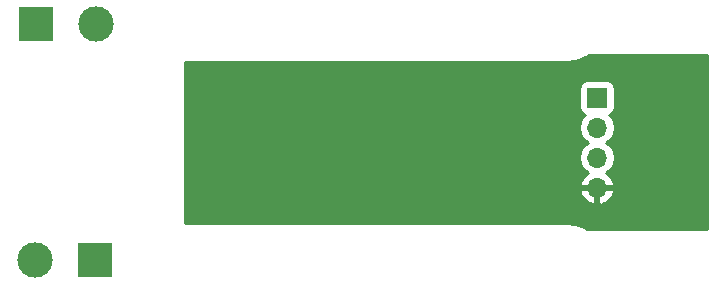
<source format=gbr>
%TF.GenerationSoftware,KiCad,Pcbnew,5.1.10-88a1d61d58~90~ubuntu21.04.1*%
%TF.CreationDate,2021-07-30T13:00:39+02:00*%
%TF.ProjectId,Detector_SMD_AD,44657465-6374-46f7-925f-534d445f4144,rev?*%
%TF.SameCoordinates,Original*%
%TF.FileFunction,Copper,L2,Bot*%
%TF.FilePolarity,Positive*%
%FSLAX46Y46*%
G04 Gerber Fmt 4.6, Leading zero omitted, Abs format (unit mm)*
G04 Created by KiCad (PCBNEW 5.1.10-88a1d61d58~90~ubuntu21.04.1) date 2021-07-30 13:00:39*
%MOMM*%
%LPD*%
G01*
G04 APERTURE LIST*
%TA.AperFunction,ComponentPad*%
%ADD10O,1.700000X1.700000*%
%TD*%
%TA.AperFunction,ComponentPad*%
%ADD11R,1.700000X1.700000*%
%TD*%
%TA.AperFunction,ComponentPad*%
%ADD12C,3.000000*%
%TD*%
%TA.AperFunction,ComponentPad*%
%ADD13R,3.000000X3.000000*%
%TD*%
%TA.AperFunction,ViaPad*%
%ADD14C,0.800000*%
%TD*%
%TA.AperFunction,Conductor*%
%ADD15C,0.254000*%
%TD*%
%TA.AperFunction,Conductor*%
%ADD16C,0.100000*%
%TD*%
G04 APERTURE END LIST*
D10*
%TO.P,J3,4*%
%TO.N,GND*%
X100000000Y-53830000D03*
%TO.P,J3,3*%
%TO.N,/A_Out*%
X100000000Y-51290000D03*
%TO.P,J3,2*%
%TO.N,/D_Out*%
X100000000Y-48750000D03*
D11*
%TO.P,J3,1*%
%TO.N,+5V*%
X100000000Y-46210000D03*
%TD*%
D12*
%TO.P,J2,2*%
%TO.N,/DCC_K_2*%
X57580000Y-40000000D03*
D13*
%TO.P,J2,1*%
%TO.N,/DCC_J*%
X52500000Y-40000000D03*
%TD*%
D12*
%TO.P,J1,2*%
%TO.N,/DCC_J*%
X52420000Y-60000000D03*
D13*
%TO.P,J1,1*%
%TO.N,/DCC_K_1*%
X57500000Y-60000000D03*
%TD*%
D14*
%TO.N,GND*%
X94000000Y-53000000D03*
X90000000Y-50000000D03*
X97790000Y-47625000D03*
%TD*%
D15*
%TO.N,GND*%
X109340000Y-57373000D02*
X99250603Y-57373000D01*
X99201437Y-57339334D01*
X99193331Y-57334952D01*
X98762527Y-57105890D01*
X98707233Y-57083099D01*
X98652240Y-57059529D01*
X98643437Y-57056804D01*
X98176347Y-56915781D01*
X98117653Y-56904159D01*
X98059156Y-56891725D01*
X98049991Y-56890762D01*
X97564405Y-56843150D01*
X97564402Y-56843150D01*
X97532419Y-56840000D01*
X65127000Y-56840000D01*
X65127000Y-54186890D01*
X98558524Y-54186890D01*
X98603175Y-54334099D01*
X98728359Y-54596920D01*
X98902412Y-54830269D01*
X99118645Y-55025178D01*
X99368748Y-55174157D01*
X99643109Y-55271481D01*
X99873000Y-55150814D01*
X99873000Y-53957000D01*
X100127000Y-53957000D01*
X100127000Y-55150814D01*
X100356891Y-55271481D01*
X100631252Y-55174157D01*
X100881355Y-55025178D01*
X101097588Y-54830269D01*
X101271641Y-54596920D01*
X101396825Y-54334099D01*
X101441476Y-54186890D01*
X101320155Y-53957000D01*
X100127000Y-53957000D01*
X99873000Y-53957000D01*
X98679845Y-53957000D01*
X98558524Y-54186890D01*
X65127000Y-54186890D01*
X65127000Y-45360000D01*
X98511928Y-45360000D01*
X98511928Y-47060000D01*
X98524188Y-47184482D01*
X98560498Y-47304180D01*
X98619463Y-47414494D01*
X98698815Y-47511185D01*
X98795506Y-47590537D01*
X98905820Y-47649502D01*
X98978380Y-47671513D01*
X98846525Y-47803368D01*
X98684010Y-48046589D01*
X98572068Y-48316842D01*
X98515000Y-48603740D01*
X98515000Y-48896260D01*
X98572068Y-49183158D01*
X98684010Y-49453411D01*
X98846525Y-49696632D01*
X99053368Y-49903475D01*
X99227760Y-50020000D01*
X99053368Y-50136525D01*
X98846525Y-50343368D01*
X98684010Y-50586589D01*
X98572068Y-50856842D01*
X98515000Y-51143740D01*
X98515000Y-51436260D01*
X98572068Y-51723158D01*
X98684010Y-51993411D01*
X98846525Y-52236632D01*
X99053368Y-52443475D01*
X99235534Y-52565195D01*
X99118645Y-52634822D01*
X98902412Y-52829731D01*
X98728359Y-53063080D01*
X98603175Y-53325901D01*
X98558524Y-53473110D01*
X98679845Y-53703000D01*
X99873000Y-53703000D01*
X99873000Y-53683000D01*
X100127000Y-53683000D01*
X100127000Y-53703000D01*
X101320155Y-53703000D01*
X101441476Y-53473110D01*
X101396825Y-53325901D01*
X101271641Y-53063080D01*
X101097588Y-52829731D01*
X100881355Y-52634822D01*
X100764466Y-52565195D01*
X100946632Y-52443475D01*
X101153475Y-52236632D01*
X101315990Y-51993411D01*
X101427932Y-51723158D01*
X101485000Y-51436260D01*
X101485000Y-51143740D01*
X101427932Y-50856842D01*
X101315990Y-50586589D01*
X101153475Y-50343368D01*
X100946632Y-50136525D01*
X100772240Y-50020000D01*
X100946632Y-49903475D01*
X101153475Y-49696632D01*
X101315990Y-49453411D01*
X101427932Y-49183158D01*
X101485000Y-48896260D01*
X101485000Y-48603740D01*
X101427932Y-48316842D01*
X101315990Y-48046589D01*
X101153475Y-47803368D01*
X101021620Y-47671513D01*
X101094180Y-47649502D01*
X101204494Y-47590537D01*
X101301185Y-47511185D01*
X101380537Y-47414494D01*
X101439502Y-47304180D01*
X101475812Y-47184482D01*
X101488072Y-47060000D01*
X101488072Y-45360000D01*
X101475812Y-45235518D01*
X101439502Y-45115820D01*
X101380537Y-45005506D01*
X101301185Y-44908815D01*
X101204494Y-44829463D01*
X101094180Y-44770498D01*
X100974482Y-44734188D01*
X100850000Y-44721928D01*
X99150000Y-44721928D01*
X99025518Y-44734188D01*
X98905820Y-44770498D01*
X98795506Y-44829463D01*
X98698815Y-44908815D01*
X98619463Y-45005506D01*
X98560498Y-45115820D01*
X98524188Y-45235518D01*
X98511928Y-45360000D01*
X65127000Y-45360000D01*
X65127000Y-43160000D01*
X97532419Y-43160000D01*
X97561718Y-43157114D01*
X97577271Y-43157223D01*
X97586442Y-43156323D01*
X98071684Y-43105322D01*
X98130247Y-43093301D01*
X98189040Y-43082086D01*
X98197862Y-43079422D01*
X98663956Y-42935142D01*
X98719086Y-42911967D01*
X98774565Y-42889553D01*
X98782701Y-42885226D01*
X99211894Y-42653162D01*
X99250681Y-42627000D01*
X109340001Y-42627000D01*
X109340000Y-57373000D01*
%TA.AperFunction,Conductor*%
D16*
G36*
X109340000Y-57373000D02*
G01*
X99250603Y-57373000D01*
X99201437Y-57339334D01*
X99193331Y-57334952D01*
X98762527Y-57105890D01*
X98707233Y-57083099D01*
X98652240Y-57059529D01*
X98643437Y-57056804D01*
X98176347Y-56915781D01*
X98117653Y-56904159D01*
X98059156Y-56891725D01*
X98049991Y-56890762D01*
X97564405Y-56843150D01*
X97564402Y-56843150D01*
X97532419Y-56840000D01*
X65127000Y-56840000D01*
X65127000Y-54186890D01*
X98558524Y-54186890D01*
X98603175Y-54334099D01*
X98728359Y-54596920D01*
X98902412Y-54830269D01*
X99118645Y-55025178D01*
X99368748Y-55174157D01*
X99643109Y-55271481D01*
X99873000Y-55150814D01*
X99873000Y-53957000D01*
X100127000Y-53957000D01*
X100127000Y-55150814D01*
X100356891Y-55271481D01*
X100631252Y-55174157D01*
X100881355Y-55025178D01*
X101097588Y-54830269D01*
X101271641Y-54596920D01*
X101396825Y-54334099D01*
X101441476Y-54186890D01*
X101320155Y-53957000D01*
X100127000Y-53957000D01*
X99873000Y-53957000D01*
X98679845Y-53957000D01*
X98558524Y-54186890D01*
X65127000Y-54186890D01*
X65127000Y-45360000D01*
X98511928Y-45360000D01*
X98511928Y-47060000D01*
X98524188Y-47184482D01*
X98560498Y-47304180D01*
X98619463Y-47414494D01*
X98698815Y-47511185D01*
X98795506Y-47590537D01*
X98905820Y-47649502D01*
X98978380Y-47671513D01*
X98846525Y-47803368D01*
X98684010Y-48046589D01*
X98572068Y-48316842D01*
X98515000Y-48603740D01*
X98515000Y-48896260D01*
X98572068Y-49183158D01*
X98684010Y-49453411D01*
X98846525Y-49696632D01*
X99053368Y-49903475D01*
X99227760Y-50020000D01*
X99053368Y-50136525D01*
X98846525Y-50343368D01*
X98684010Y-50586589D01*
X98572068Y-50856842D01*
X98515000Y-51143740D01*
X98515000Y-51436260D01*
X98572068Y-51723158D01*
X98684010Y-51993411D01*
X98846525Y-52236632D01*
X99053368Y-52443475D01*
X99235534Y-52565195D01*
X99118645Y-52634822D01*
X98902412Y-52829731D01*
X98728359Y-53063080D01*
X98603175Y-53325901D01*
X98558524Y-53473110D01*
X98679845Y-53703000D01*
X99873000Y-53703000D01*
X99873000Y-53683000D01*
X100127000Y-53683000D01*
X100127000Y-53703000D01*
X101320155Y-53703000D01*
X101441476Y-53473110D01*
X101396825Y-53325901D01*
X101271641Y-53063080D01*
X101097588Y-52829731D01*
X100881355Y-52634822D01*
X100764466Y-52565195D01*
X100946632Y-52443475D01*
X101153475Y-52236632D01*
X101315990Y-51993411D01*
X101427932Y-51723158D01*
X101485000Y-51436260D01*
X101485000Y-51143740D01*
X101427932Y-50856842D01*
X101315990Y-50586589D01*
X101153475Y-50343368D01*
X100946632Y-50136525D01*
X100772240Y-50020000D01*
X100946632Y-49903475D01*
X101153475Y-49696632D01*
X101315990Y-49453411D01*
X101427932Y-49183158D01*
X101485000Y-48896260D01*
X101485000Y-48603740D01*
X101427932Y-48316842D01*
X101315990Y-48046589D01*
X101153475Y-47803368D01*
X101021620Y-47671513D01*
X101094180Y-47649502D01*
X101204494Y-47590537D01*
X101301185Y-47511185D01*
X101380537Y-47414494D01*
X101439502Y-47304180D01*
X101475812Y-47184482D01*
X101488072Y-47060000D01*
X101488072Y-45360000D01*
X101475812Y-45235518D01*
X101439502Y-45115820D01*
X101380537Y-45005506D01*
X101301185Y-44908815D01*
X101204494Y-44829463D01*
X101094180Y-44770498D01*
X100974482Y-44734188D01*
X100850000Y-44721928D01*
X99150000Y-44721928D01*
X99025518Y-44734188D01*
X98905820Y-44770498D01*
X98795506Y-44829463D01*
X98698815Y-44908815D01*
X98619463Y-45005506D01*
X98560498Y-45115820D01*
X98524188Y-45235518D01*
X98511928Y-45360000D01*
X65127000Y-45360000D01*
X65127000Y-43160000D01*
X97532419Y-43160000D01*
X97561718Y-43157114D01*
X97577271Y-43157223D01*
X97586442Y-43156323D01*
X98071684Y-43105322D01*
X98130247Y-43093301D01*
X98189040Y-43082086D01*
X98197862Y-43079422D01*
X98663956Y-42935142D01*
X98719086Y-42911967D01*
X98774565Y-42889553D01*
X98782701Y-42885226D01*
X99211894Y-42653162D01*
X99250681Y-42627000D01*
X109340001Y-42627000D01*
X109340000Y-57373000D01*
G37*
%TD.AperFunction*%
%TD*%
M02*

</source>
